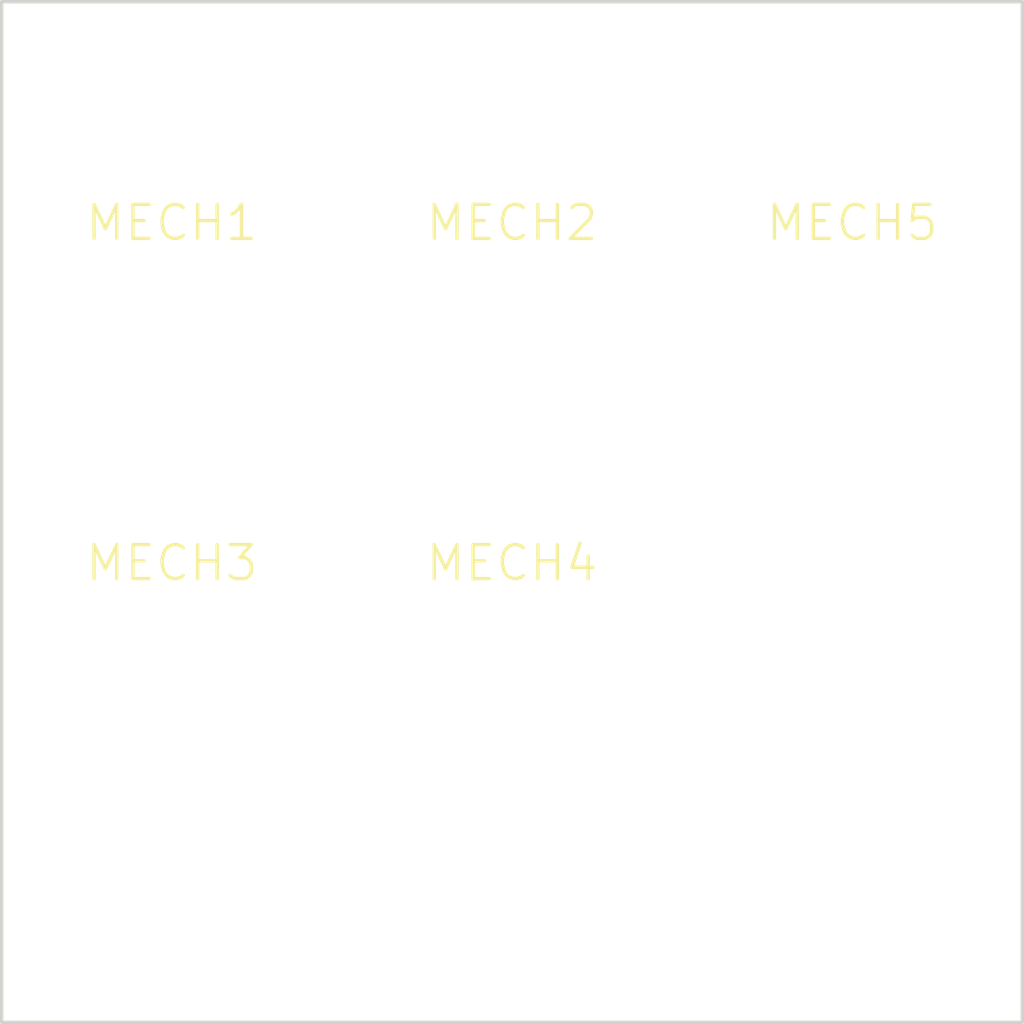
<source format=kicad_pcb>
(kicad_pcb (version 20240108) (generator "pcbnew") (generator_version "8.0")
  (layers (0 "F.Cu" signal) (31 "B.Cu" signal) (34 "B.Paste" user) (35 "F.Paste" user) (36 "B.SilkS" user "B.Silkscreen") (37 "F.SilkS" user "F.Silkscreen") (38 "B.Mask" user) (39 "F.Mask" user) (44 "Edge.Cuts" user))
  (net 0 "")
  (footprint "!Gloeidraad:MECH" (layer "F.Cu") (at 105 110)
    (property "Reference" "MECH4" (at 0 -3.5 0) (layer "F.SilkS") (effects (font (thickness 0.1))))
    (property "Value" "BACK PANEL")
  )
  (footprint "!Gloeidraad:MECH" (layer "F.Cu") (at 105 100)
    (property "Reference" "MECH2" (at 0 -3.5 0) (layer "F.SilkS") (effects (font (thickness 0.1))))
    (property "Value" "HOUSING")
  )
  (footprint "!Gloeidraad:MECH" (layer "F.Cu") (at 95 100)
    (property "Reference" "MECH1" (at 0 -3.5 0) (layer "F.SilkS") (effects (font (thickness 0.1))))
    (property "Value" "PCBA")
  )
  (footprint "!Gloeidraad:MECH" (layer "F.Cu") (at 95 110)
    (property "Reference" "MECH3" (at 0 -3.5 0) (layer "F.SilkS") (effects (font (thickness 0.1))))
    (property "Value" "FRONT PANEL")
  )
  (footprint "!Gloeidraad:MECH" (layer "F.Cu") (at 115 100)
    (property "Reference" "MECH5" (at 0 -3.5 0) (layer "F.SilkS") (effects (font (thickness 0.1))))
    (property "Value" "TOP COVER")
  )
  (gr_rect (start 90 90) (end 120 120) (stroke (width 0.1)) (fill none) (layer "Edge.Cuts"))
)
</source>
